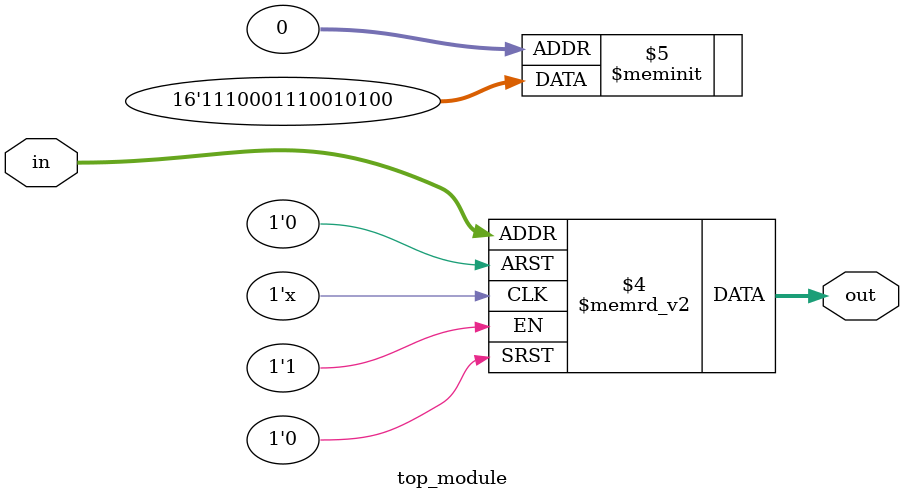
<source format=sv>
module top_module (
    input [2:0] in,
    output [1:0] out
);

    // Logic for addition
    always @*
    begin
        case (in)
            3'b000: out = 2'b00;
            3'b001: out = 2'b01;
            3'b010: out = 2'b01;
            3'b011: out = 2'b10;
            3'b100: out = 2'b11;
            3'b101: out = 2'b00;
            3'b110: out = 2'b10;
            3'b111: out = 2'b11;
            default: out = 2'b00;
        endcase
    end
  
endmodule

</source>
